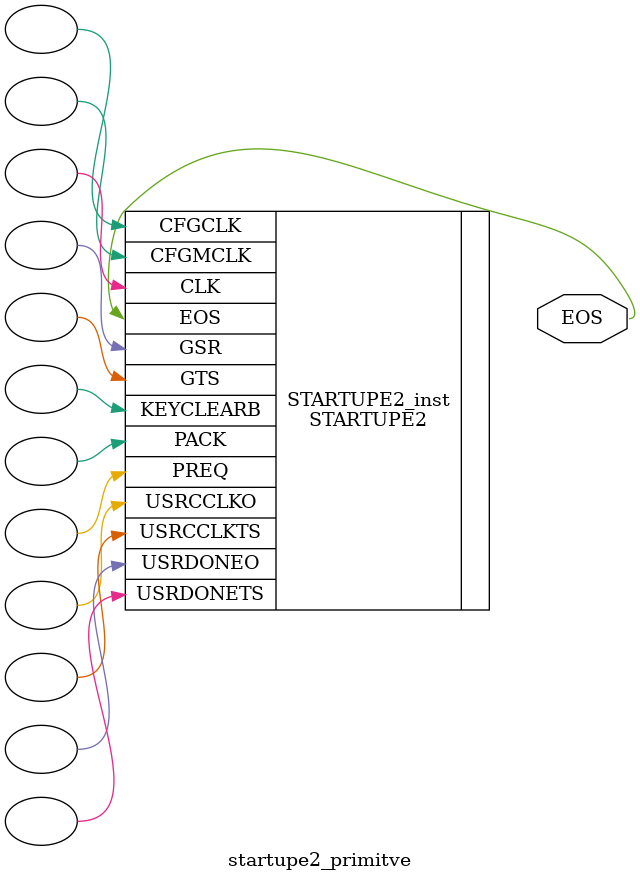
<source format=v>
`timescale 1ns / 1ps


module startupe2_primitve(
    output EOS
    );
    
    
//  STARTUPE2  : In order to incorporate this function into the design,
//   Verilog   : the following instance declaration needs to be placed
//  instance   : in the body of the design code.  The instance name
// declaration : (STARTUPE2_inst) and/or the port declarations within the
//    code     : parenthesis may be changed to properly reference and
//             : connect this function to the design.  All inputs
//             : and outputs must be connected.

//  <-----Cut code below this line---->

   // STARTUPE2: STARTUP Block
   //            Artix-7
   // Xilinx HDL Language Template, version 2021.2

   STARTUPE2 #(
      .PROG_USR("FALSE"),  // Activate program event security feature. Requires encrypted bitstreams.
      .SIM_CCLK_FREQ(0.0)  // Set the Configuration Clock Frequency(ns) for simulation.
   )
   STARTUPE2_inst (
      .CFGCLK(),       // 1-bit output: Configuration main clock output
      .CFGMCLK(),     // 1-bit output: Configuration internal oscillator clock output
      .EOS(EOS),             // 1-bit output: Active high output signal indicating the End Of Startup.
      .PREQ(),           // 1-bit output: PROGRAM request to fabric output
      .CLK(),             // 1-bit input: User start-up clock input
      .GSR(),             // 1-bit input: Global Set/Reset input (GSR cannot be used for the port name)
      .GTS(),             // 1-bit input: Global 3-state input (GTS cannot be used for the port name)
      .KEYCLEARB(), // 1-bit input: Clear AES Decrypter Key input from Battery-Backed RAM (BBRAM)
      .PACK(),           // 1-bit input: PROGRAM acknowledge input
      .USRCCLKO(),   // 1-bit input: User CCLK input
                             // For Zynq-7000 devices, this input must be tied to GND
      .USRCCLKTS(), // 1-bit input: User CCLK 3-state enable input
                             // For Zynq-7000 devices, this input must be tied to VCC
      .USRDONEO(),   // 1-bit input: User DONE pin output control
      .USRDONETS()  // 1-bit input: User DONE 3-state enable output
   );

   // End of STARTUPE2_inst instantiation
				
			
    
    
    
endmodule

</source>
